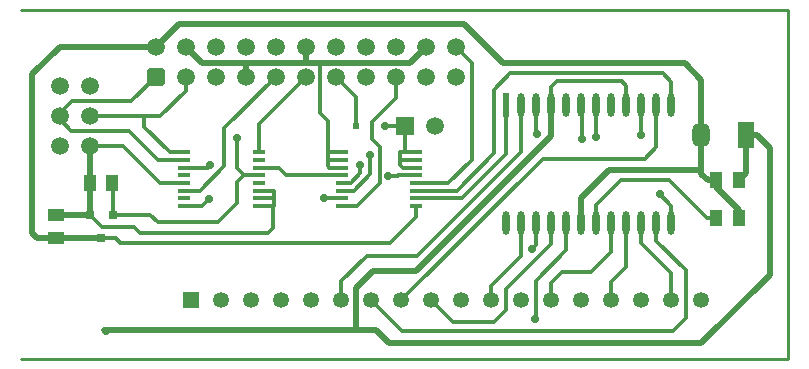
<source format=gbl>
G04 Layer_Physical_Order=2*
G04 Layer_Color=16711680*
%FSLAX42Y42*%
%MOMM*%
G71*
G01*
G75*
%ADD10R,1.40X1.02*%
%ADD11C,0.30*%
%ADD12C,0.51*%
%ADD13C,0.25*%
G04:AMPARAMS|DCode=14|XSize=1.5mm|YSize=1.5mm|CornerRadius=0.23mm|HoleSize=0mm|Usage=FLASHONLY|Rotation=0.000|XOffset=0mm|YOffset=0mm|HoleType=Round|Shape=RoundedRectangle|*
%AMROUNDEDRECTD14*
21,1,1.50,1.05,0,0,0.0*
21,1,1.05,1.50,0,0,0.0*
1,1,0.45,0.53,-0.53*
1,1,0.45,-0.53,-0.53*
1,1,0.45,-0.53,0.53*
1,1,0.45,0.53,0.53*
%
%ADD14ROUNDEDRECTD14*%
%ADD15C,1.50*%
%ADD16R,1.50X1.50*%
%ADD17C,1.35*%
%ADD18R,1.35X1.35*%
%ADD19C,1.52*%
%ADD20C,0.71*%
%ADD21R,0.60X0.60*%
G04:AMPARAMS|DCode=22|XSize=0.6mm|YSize=0.6mm|CornerRadius=0.15mm|HoleSize=0mm|Usage=FLASHONLY|Rotation=180.000|XOffset=0mm|YOffset=0mm|HoleType=Round|Shape=RoundedRectangle|*
%AMROUNDEDRECTD22*
21,1,0.60,0.30,0,0,180.0*
21,1,0.30,0.60,0,0,180.0*
1,1,0.30,-0.15,0.15*
1,1,0.30,0.15,0.15*
1,1,0.30,0.15,-0.15*
1,1,0.30,-0.15,-0.15*
%
%ADD22ROUNDEDRECTD22*%
%ADD23R,1.02X1.40*%
%ADD24R,0.70X0.80*%
%ADD25O,1.52X2.16*%
%ADD26R,1.40X2.16*%
%ADD27R,0.60X2.00*%
%ADD28O,0.60X2.00*%
%ADD29R,1.10X0.40*%
D10*
X3295Y4024D02*
D03*
Y4215D02*
D03*
D11*
X8282Y4692D02*
X8382Y4792D01*
X7423Y4692D02*
X8282D01*
X6223Y3492D02*
X7423Y4692D01*
X6355Y3867D02*
X7239Y4751D01*
X5928Y3867D02*
X6355D01*
X5715Y3655D02*
X5928Y3867D01*
X7747Y5144D02*
X7753Y5138D01*
Y4862D02*
Y5138D01*
X5014Y4746D02*
Y4985D01*
X5415Y5385D01*
X5139Y4104D02*
Y4291D01*
X5095Y4060D02*
X5139Y4104D01*
X4010Y4060D02*
X5095D01*
X3955Y4115D02*
X4010Y4060D01*
X3688Y4115D02*
X3955D01*
X3583Y4220D02*
X3688Y4115D01*
X6347Y4195D02*
Y4291D01*
X6130Y3978D02*
X6347Y4195D01*
X3842Y3978D02*
X6130D01*
X3803Y4017D02*
X3842Y3978D01*
X3680Y4017D02*
X3803D01*
X5535Y5078D02*
Y5503D01*
Y5078D02*
X5600Y5012D01*
Y4742D02*
Y5012D01*
X5875Y4568D02*
Y4640D01*
X5960Y4560D02*
Y4728D01*
X6038Y4485D02*
Y4792D01*
X6234Y4616D02*
X6347D01*
X5794Y4486D02*
X5875Y4568D01*
X5821Y4421D02*
X5960Y4560D01*
X5844Y4291D02*
X6038Y4485D01*
X5970Y4860D02*
X6038Y4792D01*
X6176Y5209D02*
Y5385D01*
X5970Y5003D02*
X6176Y5209D01*
X5970Y4860D02*
Y5003D01*
X3558Y5050D02*
X4042D01*
X3303D02*
X3426Y4928D01*
X3303Y5050D02*
X3431Y5178D01*
X5717Y4291D02*
X5844D01*
X5717Y4421D02*
X5821D01*
X5717Y4486D02*
X5794D01*
X6685Y5639D02*
X6818Y5506D01*
Y4683D02*
Y5506D01*
X6621Y4486D02*
X6818Y4683D01*
X6347Y4486D02*
X6621D01*
X5669Y5381D02*
X5838Y5212D01*
Y4967D02*
Y5212D01*
X5669Y5381D02*
Y5385D01*
X5571Y4356D02*
X5717D01*
X5565Y4362D02*
X5571Y4356D01*
X6083Y4967D02*
X6255D01*
X6240Y4750D02*
X6255Y4765D01*
Y4967D01*
X6240Y4750D02*
X6344D01*
X6210D02*
X6240D01*
X4725Y4628D02*
Y4949D01*
X4519Y4421D02*
X4725Y4628D01*
X4384Y4421D02*
X4519D01*
X4830Y4492D02*
X4889Y4551D01*
X4830Y4315D02*
Y4492D01*
X4667Y4153D02*
X4830Y4315D01*
X4725Y4949D02*
X5160Y5385D01*
X4384Y4421D02*
X4384Y4421D01*
X4162Y4153D02*
X4667D01*
X4095Y4220D02*
X4162Y4153D01*
X3778Y4220D02*
X4095D01*
X3588Y4799D02*
X3863D01*
X4176Y4486D01*
X4384D01*
X3776Y4488D02*
X3778Y4485D01*
Y4220D02*
Y4485D01*
X4830Y4610D02*
X4889Y4551D01*
X5014D01*
X4830Y4610D02*
Y4862D01*
X4042Y5050D02*
X4183D01*
X4042Y4965D02*
Y5050D01*
Y4965D02*
X4261Y4746D01*
X4384D01*
X4399Y5266D02*
Y5385D01*
X4183Y5050D02*
X4399Y5266D01*
X3937Y5178D02*
X4144Y5385D01*
X3431Y5178D02*
X3937D01*
X4162Y4681D02*
X4384D01*
X3915Y4928D02*
X4162Y4681D01*
X3426Y4928D02*
X3915D01*
X7007Y5278D02*
X7145Y5415D01*
X7007Y4738D02*
Y5278D01*
X6691Y4421D02*
X7007Y4738D01*
X8509Y5144D02*
Y5344D01*
X8438Y5415D02*
X8509Y5344D01*
X7145Y5415D02*
X8438D01*
X4534Y4291D02*
X4597Y4355D01*
X4384Y4291D02*
X4534D01*
X7239Y4751D02*
Y5144D01*
X8520Y3230D02*
X8630Y3340D01*
X6231Y3230D02*
X8520D01*
X5969Y3492D02*
X6231Y3230D01*
X7360Y3338D02*
Y3660D01*
X8410Y4392D02*
X8509Y4294D01*
Y4144D02*
Y4294D01*
X6210Y4640D02*
Y4680D01*
Y4750D01*
Y4680D02*
X6211Y4681D01*
X6347D01*
X6344Y4750D02*
X6347Y4746D01*
X6210Y4640D02*
X6234Y4616D01*
X4428Y4616D02*
X4588D01*
X6347Y4421D02*
X6691D01*
X8490Y4510D02*
X8809Y4191D01*
X8080Y4510D02*
X8490D01*
X7874Y4304D02*
X8080Y4510D01*
X8809Y4191D02*
X8890D01*
X8382Y4792D02*
Y5144D01*
X7874Y4144D02*
Y4304D01*
X7331Y3931D02*
X7366Y3966D01*
Y4144D01*
X8630Y3340D02*
Y3750D01*
X8382Y3998D02*
X8630Y3750D01*
X8382Y3998D02*
Y4144D01*
X7110Y3590D02*
X7493Y3973D01*
X7110Y3410D02*
Y3590D01*
X7010Y3310D02*
X7110Y3410D01*
X6660Y3310D02*
X7010D01*
X6477Y3492D02*
X6660Y3310D01*
X7493Y3973D02*
Y4144D01*
X7360Y3660D02*
X7620Y3920D01*
Y4144D01*
X8128Y5144D02*
Y5312D01*
X8090Y5350D02*
X8128Y5312D01*
X7540Y5350D02*
X8090D01*
X7493Y5303D02*
X7540Y5350D01*
X7493Y5144D02*
Y5303D01*
X8250Y4900D02*
X8255Y4905D01*
Y5144D01*
X6347Y4356D02*
X6736D01*
X7112Y4732D01*
Y5144D01*
X5715Y3492D02*
Y3655D01*
X7366Y4904D02*
X7370Y4900D01*
X7366Y4904D02*
Y5144D01*
X7874Y4876D02*
Y5144D01*
X6985Y3492D02*
Y3615D01*
X7239Y3869D01*
Y4144D01*
X7493Y3492D02*
Y3643D01*
X7580Y3730D01*
X7830D01*
X8001Y3901D01*
Y4144D01*
Y3492D02*
Y3651D01*
X8128Y3778D01*
Y4144D01*
X8509Y3492D02*
Y3721D01*
X8255Y3975D02*
X8509Y3721D01*
X8255Y3975D02*
Y4144D01*
X5249Y4551D02*
X5717D01*
X5184Y4616D02*
X5249Y4551D01*
X5014Y4616D02*
X5184D01*
X5600Y4630D02*
Y4686D01*
Y4742D01*
Y4686D02*
X5605Y4681D01*
X5717D01*
X5614Y4616D02*
X5717D01*
X5600Y4630D02*
X5614Y4616D01*
X5600Y4742D02*
X5604Y4746D01*
X5717D01*
X5140Y4292D02*
Y4356D01*
Y4420D01*
X5140Y4356D02*
X5140Y4356D01*
X5014Y4356D02*
X5140D01*
X5014Y4421D02*
X5015Y4420D01*
X5140D01*
X5139Y4291D02*
X5140Y4292D01*
X5014Y4291D02*
X5139D01*
X6191Y4551D02*
X6347D01*
X6190Y4550D02*
X6191Y4551D01*
X6115Y4550D02*
X6190D01*
X6112Y4547D02*
X6115Y4550D01*
D12*
X3709Y3238D02*
X5838D01*
X5415Y5503D02*
X5535D01*
X6294D01*
X5633Y5349D02*
X5669Y5385D01*
X4144Y5639D02*
X4338Y5833D01*
X6753D01*
X7085Y5500D01*
X8620D01*
X3138Y4024D02*
X3295D01*
X3098Y4065D02*
X3138Y4024D01*
X3098Y4065D02*
Y5408D01*
X3329Y5639D01*
X4144D01*
X3578Y4215D02*
X3583Y4220D01*
X3295Y4215D02*
X3578D01*
X3673Y4024D02*
X3680Y4017D01*
X3295Y4024D02*
X3673D01*
X3583Y4220D02*
X3585Y4222D01*
Y4488D01*
X3588Y4490D01*
Y4799D01*
X4917Y5503D02*
X5415D01*
X4535D02*
X4917D01*
X4906Y5492D02*
X4917Y5503D01*
X4906Y5385D02*
Y5492D01*
X5415Y5503D02*
X5415Y5503D01*
X5415Y5503D02*
Y5639D01*
X6294Y5503D02*
X6431Y5639D01*
X4399D02*
X4535Y5503D01*
X8620Y5500D02*
X8763Y5357D01*
X5838Y3238D02*
X6012D01*
X5838D02*
Y3595D01*
X5983Y3740D01*
X6350D01*
X7493Y4883D01*
Y5144D01*
X6120Y3130D02*
X8762D01*
X6012Y3238D02*
X6120Y3130D01*
X9340Y3708D02*
Y4785D01*
X9236Y4890D02*
X9340Y4785D01*
X9144Y4890D02*
X9236D01*
X8763D02*
Y5357D01*
Y4567D02*
Y4594D01*
Y4600D02*
Y4890D01*
X7984Y4594D02*
X8763D01*
X7747Y4357D02*
X7984Y4594D01*
X7747Y4144D02*
Y4357D01*
X9081Y4508D02*
X9144Y4572D01*
Y4890D01*
X8763Y4567D02*
X8821Y4508D01*
X8890Y4450D02*
Y4508D01*
Y4450D02*
X9081Y4260D01*
Y4191D02*
Y4260D01*
X8821Y4508D02*
X8890D01*
X8762Y3130D02*
X9340Y3708D01*
D13*
X3000Y5952D02*
X9486D01*
X3000Y3000D02*
X9498D01*
Y2999D02*
Y5952D01*
D14*
X4144Y5385D02*
D03*
D15*
X5415D02*
D03*
X4399D02*
D03*
X5669D02*
D03*
X4653D02*
D03*
X5922D02*
D03*
X4906D02*
D03*
X6176D02*
D03*
X5160D02*
D03*
X6431D02*
D03*
X6685D02*
D03*
Y5639D02*
D03*
X6431D02*
D03*
X5160D02*
D03*
X6176D02*
D03*
X4906D02*
D03*
X5922D02*
D03*
X4653D02*
D03*
X5669D02*
D03*
X4399D02*
D03*
X5415D02*
D03*
X4144D02*
D03*
X6509Y4967D02*
D03*
D16*
X6255D02*
D03*
D17*
X8763Y3492D02*
D03*
X8509D02*
D03*
X8255D02*
D03*
X8001D02*
D03*
X7747D02*
D03*
X7493D02*
D03*
X7239D02*
D03*
X6985D02*
D03*
X6731D02*
D03*
X5969D02*
D03*
X5715D02*
D03*
X5207D02*
D03*
X5461D02*
D03*
X4699D02*
D03*
X4953D02*
D03*
X5969D02*
D03*
X6223D02*
D03*
X6477D02*
D03*
D18*
X4445D02*
D03*
D19*
X3333Y4799D02*
D03*
Y5308D02*
D03*
Y5053D02*
D03*
X3588Y4799D02*
D03*
Y5308D02*
D03*
Y5053D02*
D03*
D20*
X7753Y4862D02*
D03*
X3720Y3233D02*
D03*
X5875Y4640D02*
D03*
X5960Y4728D02*
D03*
X5565Y4362D02*
D03*
X4830Y4870D02*
D03*
X4597Y4355D02*
D03*
X4600Y4635D02*
D03*
X7357Y3338D02*
D03*
X7331Y3931D02*
D03*
X8251Y4891D02*
D03*
X7370Y4900D02*
D03*
X7874Y4876D02*
D03*
X8410Y4392D02*
D03*
X6112Y4547D02*
D03*
D21*
X5838Y4967D02*
D03*
D22*
X6083D02*
D03*
D23*
X3776Y4488D02*
D03*
X3585D02*
D03*
X8890Y4191D02*
D03*
X9081D02*
D03*
Y4508D02*
D03*
X8890D02*
D03*
D24*
X3680Y4017D02*
D03*
X3583Y4220D02*
D03*
X3778D02*
D03*
D25*
X8763Y4890D02*
D03*
D26*
X9144D02*
D03*
D27*
X7112Y5144D02*
D03*
D28*
X7239D02*
D03*
X7366D02*
D03*
X7493D02*
D03*
X7620D02*
D03*
X7747D02*
D03*
X7874D02*
D03*
X8001D02*
D03*
X8128D02*
D03*
X8255D02*
D03*
X8382D02*
D03*
X8509D02*
D03*
X7112Y4144D02*
D03*
X7239D02*
D03*
X7366D02*
D03*
X7493D02*
D03*
X7620D02*
D03*
X7747D02*
D03*
X7874D02*
D03*
X8001D02*
D03*
X8128D02*
D03*
X8255D02*
D03*
X8382D02*
D03*
X8509D02*
D03*
D29*
X6347Y4746D02*
D03*
Y4681D02*
D03*
Y4616D02*
D03*
Y4551D02*
D03*
Y4486D02*
D03*
Y4421D02*
D03*
Y4356D02*
D03*
Y4291D02*
D03*
X5717Y4746D02*
D03*
Y4681D02*
D03*
Y4616D02*
D03*
Y4551D02*
D03*
Y4486D02*
D03*
Y4421D02*
D03*
Y4356D02*
D03*
Y4291D02*
D03*
X5014Y4746D02*
D03*
Y4681D02*
D03*
Y4616D02*
D03*
Y4551D02*
D03*
Y4486D02*
D03*
Y4421D02*
D03*
Y4356D02*
D03*
Y4291D02*
D03*
X4384Y4746D02*
D03*
Y4681D02*
D03*
Y4616D02*
D03*
Y4551D02*
D03*
Y4486D02*
D03*
Y4421D02*
D03*
Y4356D02*
D03*
Y4291D02*
D03*
M02*

</source>
